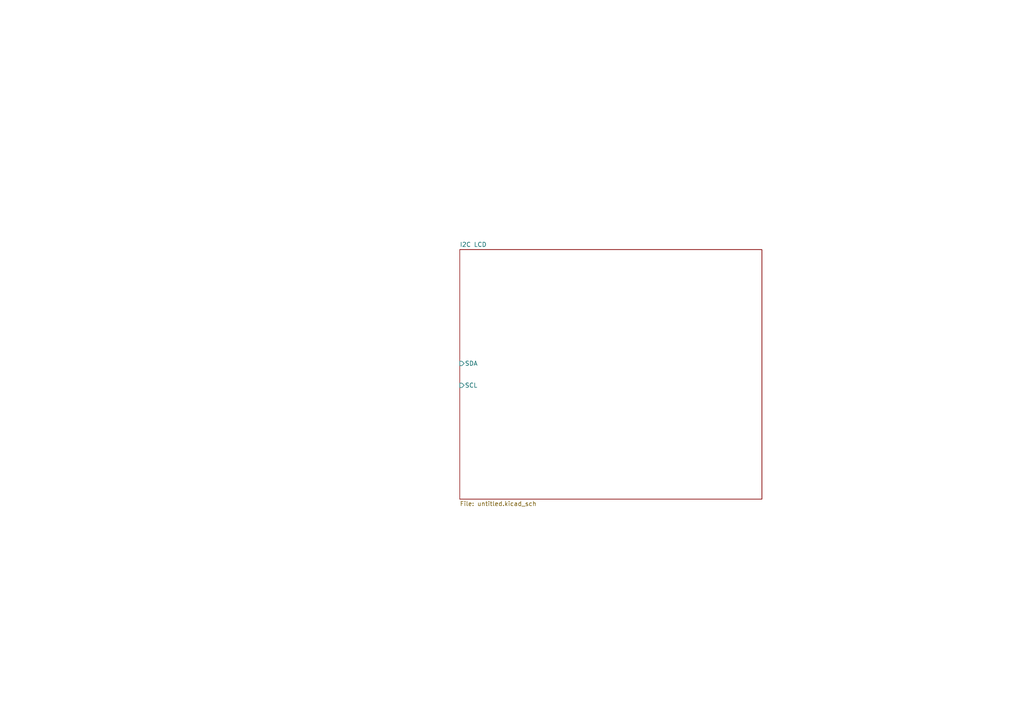
<source format=kicad_sch>
(kicad_sch (version 20230121) (generator eeschema)
  (paper "A4")
  (lib_symbols)
  (sheet (at 133.35 72.39) (size 87.63 72.39) (stroke (width 0.1524))
    (property "Sheetname" "I2C LCD" (at 133.35 71.6784 0) (effects (justify left bottom)))
    (property "Sheetfile" "untitled.kicad_sch" (at 133.35 145.3646 0) (effects (justify left top)))
    (pin "SCL" input (at 133.35 111.76 180))
    (pin "SDA" input (at 133.35 105.41 180))
  )
)
</source>
